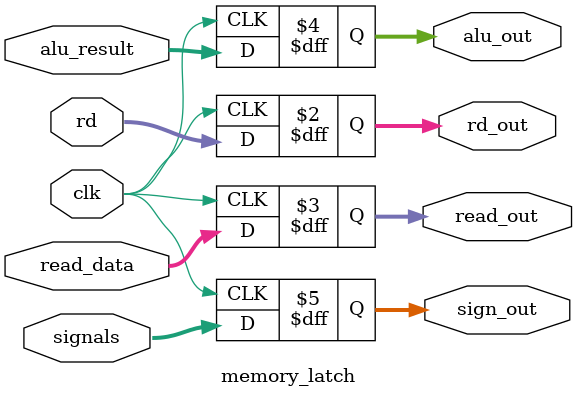
<source format=v>
`timescale 1ns / 1ps

module memory_latch ( //may be missing some important control signals
		input clk,
		input [3:0] rd,
		input [10:0] signals,
		input [31:0] read_data,
		input [31:0] alu_result,
		//input [31:0] PC,
		output reg [3:0] rd_out,
		output reg [31:0] read_out,
		output reg [31:0] alu_out,
		//output reg [31:0] newPC,
		output reg [10:0] sign_out
					);

	always @ (posedge clk)
	begin
		rd_out <= rd;
		read_out <= read_data;
		alu_out <= alu_result;
		sign_out <= signals;
	end
endmodule
</source>
